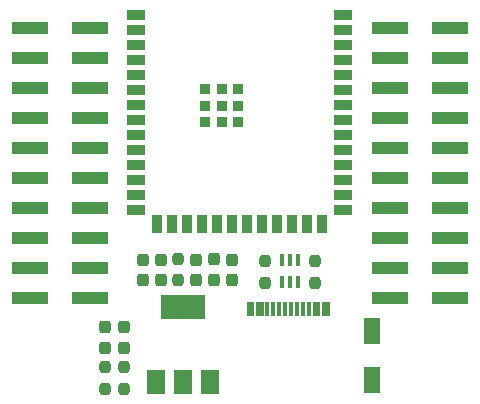
<source format=gbr>
%TF.GenerationSoftware,KiCad,Pcbnew,7.0.1*%
%TF.CreationDate,2023-09-07T21:54:10+09:00*%
%TF.ProjectId,CPU_ESP32S3WROOM,4350555f-4553-4503-9332-533357524f4f,rev?*%
%TF.SameCoordinates,Original*%
%TF.FileFunction,Paste,Top*%
%TF.FilePolarity,Positive*%
%FSLAX46Y46*%
G04 Gerber Fmt 4.6, Leading zero omitted, Abs format (unit mm)*
G04 Created by KiCad (PCBNEW 7.0.1) date 2023-09-07 21:54:10*
%MOMM*%
%LPD*%
G01*
G04 APERTURE LIST*
G04 Aperture macros list*
%AMRoundRect*
0 Rectangle with rounded corners*
0 $1 Rounding radius*
0 $2 $3 $4 $5 $6 $7 $8 $9 X,Y pos of 4 corners*
0 Add a 4 corners polygon primitive as box body*
4,1,4,$2,$3,$4,$5,$6,$7,$8,$9,$2,$3,0*
0 Add four circle primitives for the rounded corners*
1,1,$1+$1,$2,$3*
1,1,$1+$1,$4,$5*
1,1,$1+$1,$6,$7*
1,1,$1+$1,$8,$9*
0 Add four rect primitives between the rounded corners*
20,1,$1+$1,$2,$3,$4,$5,0*
20,1,$1+$1,$4,$5,$6,$7,0*
20,1,$1+$1,$6,$7,$8,$9,0*
20,1,$1+$1,$8,$9,$2,$3,0*%
G04 Aperture macros list end*
%ADD10RoundRect,0.237500X0.237500X-0.300000X0.237500X0.300000X-0.237500X0.300000X-0.237500X-0.300000X0*%
%ADD11RoundRect,0.237500X0.237500X-0.250000X0.237500X0.250000X-0.237500X0.250000X-0.237500X-0.250000X0*%
%ADD12R,0.300000X1.150000*%
%ADD13R,3.150000X1.000000*%
%ADD14R,0.400000X1.050000*%
%ADD15R,1.500000X2.000000*%
%ADD16R,3.800000X2.000000*%
%ADD17R,1.450000X2.200000*%
%ADD18RoundRect,0.237500X0.237500X-0.287500X0.237500X0.287500X-0.237500X0.287500X-0.237500X-0.287500X0*%
%ADD19RoundRect,0.237500X-0.237500X0.250000X-0.237500X-0.250000X0.237500X-0.250000X0.237500X0.250000X0*%
%ADD20R,1.500000X0.900000*%
%ADD21R,0.900000X1.500000*%
%ADD22R,0.900000X0.900000*%
G04 APERTURE END LIST*
D10*
%TO.C,C4*%
X136430000Y-107730000D03*
X136430000Y-106005000D03*
%TD*%
D11*
%TO.C,R2*%
X151040000Y-107960000D03*
X151040000Y-106135000D03*
%TD*%
D12*
%TO.C,J1*%
X145380000Y-110165000D03*
X146180000Y-110165000D03*
X147480000Y-110165000D03*
X148480000Y-110165000D03*
X148980000Y-110165000D03*
X149980000Y-110165000D03*
X151280000Y-110165000D03*
X152080000Y-110165000D03*
X151780000Y-110165000D03*
X150980000Y-110165000D03*
X150480000Y-110165000D03*
X149480000Y-110165000D03*
X147980000Y-110165000D03*
X146980000Y-110165000D03*
X146480000Y-110165000D03*
X145680000Y-110165000D03*
%TD*%
D13*
%TO.C,J5*%
X157360000Y-86420000D03*
X162410000Y-86420000D03*
X157360000Y-88960000D03*
X162410000Y-88960000D03*
X157360000Y-91500000D03*
X162410000Y-91500000D03*
X157360000Y-94040000D03*
X162410000Y-94040000D03*
X157360000Y-96580000D03*
X162410000Y-96580000D03*
X157360000Y-99120000D03*
X162410000Y-99120000D03*
X157360000Y-101660000D03*
X162410000Y-101660000D03*
X157360000Y-104200000D03*
X162410000Y-104200000D03*
X157360000Y-106740000D03*
X162410000Y-106740000D03*
X157360000Y-109280000D03*
X162410000Y-109280000D03*
%TD*%
D14*
%TO.C,IC2*%
X149550000Y-106020000D03*
X148900000Y-106020000D03*
X148250000Y-106020000D03*
X148250000Y-107920000D03*
X148900000Y-107920000D03*
X149550000Y-107920000D03*
%TD*%
D15*
%TO.C,U1*%
X137510000Y-116340000D03*
X139810000Y-116340000D03*
D16*
X139810000Y-110040000D03*
D15*
X142110000Y-116340000D03*
%TD*%
D17*
%TO.C,D1*%
X155800000Y-116170000D03*
X155800000Y-112070000D03*
%TD*%
D10*
%TO.C,C3*%
X142470000Y-107725000D03*
X142470000Y-106000000D03*
%TD*%
D18*
%TO.C,D3*%
X134850000Y-113500000D03*
X134850000Y-111750000D03*
%TD*%
D19*
%TO.C,R4*%
X133230000Y-115110000D03*
X133230000Y-116935000D03*
%TD*%
%TO.C,R5*%
X134850000Y-115105000D03*
X134850000Y-116930000D03*
%TD*%
D10*
%TO.C,C2*%
X140960000Y-107730000D03*
X140960000Y-106005000D03*
%TD*%
%TO.C,C5*%
X143980000Y-107730000D03*
X143980000Y-106005000D03*
%TD*%
D11*
%TO.C,R3*%
X146760000Y-107960000D03*
X146760000Y-106135000D03*
%TD*%
D18*
%TO.C,D2*%
X133230000Y-113502500D03*
X133230000Y-111752500D03*
%TD*%
D13*
%TO.C,J3*%
X126880000Y-86420000D03*
X131930000Y-86420000D03*
X126880000Y-88960000D03*
X131930000Y-88960000D03*
X126880000Y-91500000D03*
X131930000Y-91500000D03*
X126880000Y-94040000D03*
X131930000Y-94040000D03*
X126880000Y-96580000D03*
X131930000Y-96580000D03*
X126880000Y-99120000D03*
X131930000Y-99120000D03*
X126880000Y-101660000D03*
X131930000Y-101660000D03*
X126880000Y-104200000D03*
X131930000Y-104200000D03*
X126880000Y-106740000D03*
X131930000Y-106740000D03*
X126880000Y-109280000D03*
X131930000Y-109280000D03*
%TD*%
D20*
%TO.C,IC1*%
X135870000Y-85280000D03*
X135870000Y-86550000D03*
X135870000Y-87820000D03*
X135870000Y-89090000D03*
X135870000Y-90360000D03*
X135870000Y-91630000D03*
X135870000Y-92900000D03*
X135870000Y-94170000D03*
X135870000Y-95440000D03*
X135870000Y-96710000D03*
X135870000Y-97980000D03*
X135870000Y-99250000D03*
X135870000Y-100520000D03*
X135870000Y-101790000D03*
D21*
X137635000Y-103040000D03*
X138905000Y-103040000D03*
X140175000Y-103040000D03*
X141445000Y-103040000D03*
X142715000Y-103040000D03*
X143985000Y-103040000D03*
X145255000Y-103040000D03*
X146525000Y-103040000D03*
X147795000Y-103040000D03*
X149065000Y-103040000D03*
X150335000Y-103040000D03*
X151605000Y-103040000D03*
D20*
X153370000Y-101790000D03*
X153370000Y-100520000D03*
X153370000Y-99250000D03*
X153370000Y-97980000D03*
X153370000Y-96710000D03*
X153370000Y-95440000D03*
X153370000Y-94170000D03*
X153370000Y-92900000D03*
X153370000Y-91630000D03*
X153370000Y-90360000D03*
X153370000Y-89090000D03*
X153370000Y-87820000D03*
X153370000Y-86550000D03*
X153370000Y-85280000D03*
D22*
X143120000Y-93000000D03*
X143120000Y-91600000D03*
X141720000Y-91600000D03*
X141720000Y-93000000D03*
X141720000Y-94400000D03*
X143120000Y-94400000D03*
X144520000Y-94400000D03*
X144520000Y-93000000D03*
X144520000Y-91600000D03*
%TD*%
D10*
%TO.C,C1*%
X137940000Y-107740000D03*
X137940000Y-106015000D03*
%TD*%
D11*
%TO.C,R1*%
X139450000Y-107780000D03*
X139450000Y-105955000D03*
%TD*%
M02*

</source>
